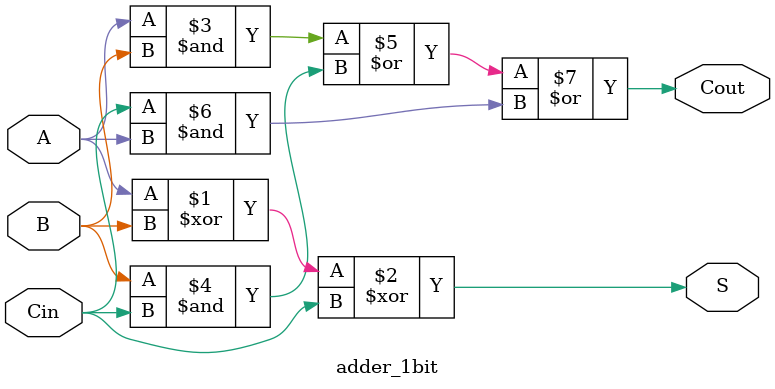
<source format=v>
module adder_1bit (
	input A,
	input B,
	input Cin,
	output S,
	output Cout
);

	assign S = A^B^Cin;
	assign Cout = A&B|B&Cin|Cin&A;

endmodule
</source>
